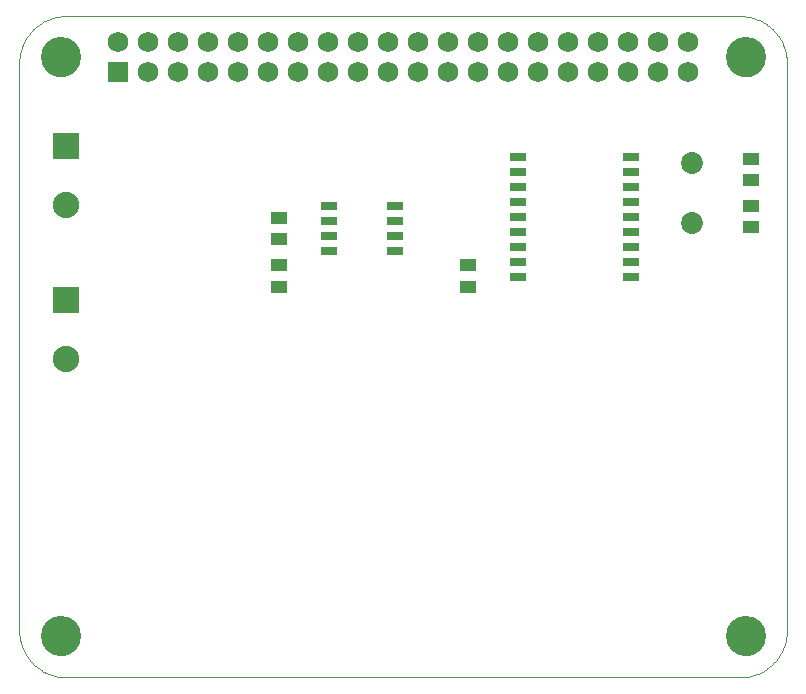
<source format=gts>
G75*
%MOIN*%
%OFA0B0*%
%FSLAX25Y25*%
%IPPOS*%
%LPD*%
%AMOC8*
5,1,8,0,0,1.08239X$1,22.5*
%
%ADD10C,0.00000*%
%ADD11R,0.05524X0.03950*%
%ADD12R,0.08800X0.08800*%
%ADD13C,0.08800*%
%ADD14R,0.06800X0.06800*%
%ADD15C,0.06800*%
%ADD16C,0.13398*%
%ADD17R,0.05524X0.03162*%
%ADD18C,0.07300*%
D10*
X0020748Y0005000D02*
X0245157Y0005000D01*
X0240827Y0018780D02*
X0240829Y0018938D01*
X0240835Y0019096D01*
X0240845Y0019254D01*
X0240859Y0019412D01*
X0240877Y0019569D01*
X0240898Y0019726D01*
X0240924Y0019882D01*
X0240954Y0020038D01*
X0240987Y0020193D01*
X0241025Y0020346D01*
X0241066Y0020499D01*
X0241111Y0020651D01*
X0241160Y0020802D01*
X0241213Y0020951D01*
X0241269Y0021099D01*
X0241329Y0021245D01*
X0241393Y0021390D01*
X0241461Y0021533D01*
X0241532Y0021675D01*
X0241606Y0021815D01*
X0241684Y0021952D01*
X0241766Y0022088D01*
X0241850Y0022222D01*
X0241939Y0022353D01*
X0242030Y0022482D01*
X0242125Y0022609D01*
X0242222Y0022734D01*
X0242323Y0022856D01*
X0242427Y0022975D01*
X0242534Y0023092D01*
X0242644Y0023206D01*
X0242757Y0023317D01*
X0242872Y0023426D01*
X0242990Y0023531D01*
X0243111Y0023633D01*
X0243234Y0023733D01*
X0243360Y0023829D01*
X0243488Y0023922D01*
X0243618Y0024012D01*
X0243751Y0024098D01*
X0243886Y0024182D01*
X0244022Y0024261D01*
X0244161Y0024338D01*
X0244302Y0024410D01*
X0244444Y0024480D01*
X0244588Y0024545D01*
X0244734Y0024607D01*
X0244881Y0024665D01*
X0245030Y0024720D01*
X0245180Y0024771D01*
X0245331Y0024818D01*
X0245483Y0024861D01*
X0245636Y0024900D01*
X0245791Y0024936D01*
X0245946Y0024967D01*
X0246102Y0024995D01*
X0246258Y0025019D01*
X0246415Y0025039D01*
X0246573Y0025055D01*
X0246730Y0025067D01*
X0246889Y0025075D01*
X0247047Y0025079D01*
X0247205Y0025079D01*
X0247363Y0025075D01*
X0247522Y0025067D01*
X0247679Y0025055D01*
X0247837Y0025039D01*
X0247994Y0025019D01*
X0248150Y0024995D01*
X0248306Y0024967D01*
X0248461Y0024936D01*
X0248616Y0024900D01*
X0248769Y0024861D01*
X0248921Y0024818D01*
X0249072Y0024771D01*
X0249222Y0024720D01*
X0249371Y0024665D01*
X0249518Y0024607D01*
X0249664Y0024545D01*
X0249808Y0024480D01*
X0249950Y0024410D01*
X0250091Y0024338D01*
X0250230Y0024261D01*
X0250366Y0024182D01*
X0250501Y0024098D01*
X0250634Y0024012D01*
X0250764Y0023922D01*
X0250892Y0023829D01*
X0251018Y0023733D01*
X0251141Y0023633D01*
X0251262Y0023531D01*
X0251380Y0023426D01*
X0251495Y0023317D01*
X0251608Y0023206D01*
X0251718Y0023092D01*
X0251825Y0022975D01*
X0251929Y0022856D01*
X0252030Y0022734D01*
X0252127Y0022609D01*
X0252222Y0022482D01*
X0252313Y0022353D01*
X0252402Y0022222D01*
X0252486Y0022088D01*
X0252568Y0021952D01*
X0252646Y0021815D01*
X0252720Y0021675D01*
X0252791Y0021533D01*
X0252859Y0021390D01*
X0252923Y0021245D01*
X0252983Y0021099D01*
X0253039Y0020951D01*
X0253092Y0020802D01*
X0253141Y0020651D01*
X0253186Y0020499D01*
X0253227Y0020346D01*
X0253265Y0020193D01*
X0253298Y0020038D01*
X0253328Y0019882D01*
X0253354Y0019726D01*
X0253375Y0019569D01*
X0253393Y0019412D01*
X0253407Y0019254D01*
X0253417Y0019096D01*
X0253423Y0018938D01*
X0253425Y0018780D01*
X0253423Y0018622D01*
X0253417Y0018464D01*
X0253407Y0018306D01*
X0253393Y0018148D01*
X0253375Y0017991D01*
X0253354Y0017834D01*
X0253328Y0017678D01*
X0253298Y0017522D01*
X0253265Y0017367D01*
X0253227Y0017214D01*
X0253186Y0017061D01*
X0253141Y0016909D01*
X0253092Y0016758D01*
X0253039Y0016609D01*
X0252983Y0016461D01*
X0252923Y0016315D01*
X0252859Y0016170D01*
X0252791Y0016027D01*
X0252720Y0015885D01*
X0252646Y0015745D01*
X0252568Y0015608D01*
X0252486Y0015472D01*
X0252402Y0015338D01*
X0252313Y0015207D01*
X0252222Y0015078D01*
X0252127Y0014951D01*
X0252030Y0014826D01*
X0251929Y0014704D01*
X0251825Y0014585D01*
X0251718Y0014468D01*
X0251608Y0014354D01*
X0251495Y0014243D01*
X0251380Y0014134D01*
X0251262Y0014029D01*
X0251141Y0013927D01*
X0251018Y0013827D01*
X0250892Y0013731D01*
X0250764Y0013638D01*
X0250634Y0013548D01*
X0250501Y0013462D01*
X0250366Y0013378D01*
X0250230Y0013299D01*
X0250091Y0013222D01*
X0249950Y0013150D01*
X0249808Y0013080D01*
X0249664Y0013015D01*
X0249518Y0012953D01*
X0249371Y0012895D01*
X0249222Y0012840D01*
X0249072Y0012789D01*
X0248921Y0012742D01*
X0248769Y0012699D01*
X0248616Y0012660D01*
X0248461Y0012624D01*
X0248306Y0012593D01*
X0248150Y0012565D01*
X0247994Y0012541D01*
X0247837Y0012521D01*
X0247679Y0012505D01*
X0247522Y0012493D01*
X0247363Y0012485D01*
X0247205Y0012481D01*
X0247047Y0012481D01*
X0246889Y0012485D01*
X0246730Y0012493D01*
X0246573Y0012505D01*
X0246415Y0012521D01*
X0246258Y0012541D01*
X0246102Y0012565D01*
X0245946Y0012593D01*
X0245791Y0012624D01*
X0245636Y0012660D01*
X0245483Y0012699D01*
X0245331Y0012742D01*
X0245180Y0012789D01*
X0245030Y0012840D01*
X0244881Y0012895D01*
X0244734Y0012953D01*
X0244588Y0013015D01*
X0244444Y0013080D01*
X0244302Y0013150D01*
X0244161Y0013222D01*
X0244022Y0013299D01*
X0243886Y0013378D01*
X0243751Y0013462D01*
X0243618Y0013548D01*
X0243488Y0013638D01*
X0243360Y0013731D01*
X0243234Y0013827D01*
X0243111Y0013927D01*
X0242990Y0014029D01*
X0242872Y0014134D01*
X0242757Y0014243D01*
X0242644Y0014354D01*
X0242534Y0014468D01*
X0242427Y0014585D01*
X0242323Y0014704D01*
X0242222Y0014826D01*
X0242125Y0014951D01*
X0242030Y0015078D01*
X0241939Y0015207D01*
X0241850Y0015338D01*
X0241766Y0015472D01*
X0241684Y0015608D01*
X0241606Y0015745D01*
X0241532Y0015885D01*
X0241461Y0016027D01*
X0241393Y0016170D01*
X0241329Y0016315D01*
X0241269Y0016461D01*
X0241213Y0016609D01*
X0241160Y0016758D01*
X0241111Y0016909D01*
X0241066Y0017061D01*
X0241025Y0017214D01*
X0240987Y0017367D01*
X0240954Y0017522D01*
X0240924Y0017678D01*
X0240898Y0017834D01*
X0240877Y0017991D01*
X0240859Y0018148D01*
X0240845Y0018306D01*
X0240835Y0018464D01*
X0240829Y0018622D01*
X0240827Y0018780D01*
X0245157Y0005000D02*
X0245538Y0005005D01*
X0245918Y0005018D01*
X0246298Y0005041D01*
X0246677Y0005074D01*
X0247055Y0005115D01*
X0247432Y0005165D01*
X0247808Y0005225D01*
X0248183Y0005293D01*
X0248555Y0005371D01*
X0248926Y0005458D01*
X0249294Y0005553D01*
X0249660Y0005658D01*
X0250023Y0005771D01*
X0250384Y0005893D01*
X0250741Y0006023D01*
X0251095Y0006163D01*
X0251446Y0006310D01*
X0251793Y0006467D01*
X0252136Y0006631D01*
X0252475Y0006804D01*
X0252810Y0006985D01*
X0253141Y0007174D01*
X0253466Y0007371D01*
X0253787Y0007575D01*
X0254103Y0007788D01*
X0254413Y0008008D01*
X0254719Y0008235D01*
X0255018Y0008470D01*
X0255312Y0008712D01*
X0255600Y0008960D01*
X0255882Y0009216D01*
X0256157Y0009479D01*
X0256426Y0009748D01*
X0256689Y0010023D01*
X0256945Y0010305D01*
X0257193Y0010593D01*
X0257435Y0010887D01*
X0257670Y0011186D01*
X0257897Y0011492D01*
X0258117Y0011802D01*
X0258330Y0012118D01*
X0258534Y0012439D01*
X0258731Y0012764D01*
X0258920Y0013095D01*
X0259101Y0013430D01*
X0259274Y0013769D01*
X0259438Y0014112D01*
X0259595Y0014459D01*
X0259742Y0014810D01*
X0259882Y0015164D01*
X0260012Y0015521D01*
X0260134Y0015882D01*
X0260247Y0016245D01*
X0260352Y0016611D01*
X0260447Y0016979D01*
X0260534Y0017350D01*
X0260612Y0017722D01*
X0260680Y0018097D01*
X0260740Y0018473D01*
X0260790Y0018850D01*
X0260831Y0019228D01*
X0260864Y0019607D01*
X0260887Y0019987D01*
X0260900Y0020367D01*
X0260905Y0020748D01*
X0260906Y0020748D02*
X0260906Y0209724D01*
X0240827Y0211693D02*
X0240829Y0211851D01*
X0240835Y0212009D01*
X0240845Y0212167D01*
X0240859Y0212325D01*
X0240877Y0212482D01*
X0240898Y0212639D01*
X0240924Y0212795D01*
X0240954Y0212951D01*
X0240987Y0213106D01*
X0241025Y0213259D01*
X0241066Y0213412D01*
X0241111Y0213564D01*
X0241160Y0213715D01*
X0241213Y0213864D01*
X0241269Y0214012D01*
X0241329Y0214158D01*
X0241393Y0214303D01*
X0241461Y0214446D01*
X0241532Y0214588D01*
X0241606Y0214728D01*
X0241684Y0214865D01*
X0241766Y0215001D01*
X0241850Y0215135D01*
X0241939Y0215266D01*
X0242030Y0215395D01*
X0242125Y0215522D01*
X0242222Y0215647D01*
X0242323Y0215769D01*
X0242427Y0215888D01*
X0242534Y0216005D01*
X0242644Y0216119D01*
X0242757Y0216230D01*
X0242872Y0216339D01*
X0242990Y0216444D01*
X0243111Y0216546D01*
X0243234Y0216646D01*
X0243360Y0216742D01*
X0243488Y0216835D01*
X0243618Y0216925D01*
X0243751Y0217011D01*
X0243886Y0217095D01*
X0244022Y0217174D01*
X0244161Y0217251D01*
X0244302Y0217323D01*
X0244444Y0217393D01*
X0244588Y0217458D01*
X0244734Y0217520D01*
X0244881Y0217578D01*
X0245030Y0217633D01*
X0245180Y0217684D01*
X0245331Y0217731D01*
X0245483Y0217774D01*
X0245636Y0217813D01*
X0245791Y0217849D01*
X0245946Y0217880D01*
X0246102Y0217908D01*
X0246258Y0217932D01*
X0246415Y0217952D01*
X0246573Y0217968D01*
X0246730Y0217980D01*
X0246889Y0217988D01*
X0247047Y0217992D01*
X0247205Y0217992D01*
X0247363Y0217988D01*
X0247522Y0217980D01*
X0247679Y0217968D01*
X0247837Y0217952D01*
X0247994Y0217932D01*
X0248150Y0217908D01*
X0248306Y0217880D01*
X0248461Y0217849D01*
X0248616Y0217813D01*
X0248769Y0217774D01*
X0248921Y0217731D01*
X0249072Y0217684D01*
X0249222Y0217633D01*
X0249371Y0217578D01*
X0249518Y0217520D01*
X0249664Y0217458D01*
X0249808Y0217393D01*
X0249950Y0217323D01*
X0250091Y0217251D01*
X0250230Y0217174D01*
X0250366Y0217095D01*
X0250501Y0217011D01*
X0250634Y0216925D01*
X0250764Y0216835D01*
X0250892Y0216742D01*
X0251018Y0216646D01*
X0251141Y0216546D01*
X0251262Y0216444D01*
X0251380Y0216339D01*
X0251495Y0216230D01*
X0251608Y0216119D01*
X0251718Y0216005D01*
X0251825Y0215888D01*
X0251929Y0215769D01*
X0252030Y0215647D01*
X0252127Y0215522D01*
X0252222Y0215395D01*
X0252313Y0215266D01*
X0252402Y0215135D01*
X0252486Y0215001D01*
X0252568Y0214865D01*
X0252646Y0214728D01*
X0252720Y0214588D01*
X0252791Y0214446D01*
X0252859Y0214303D01*
X0252923Y0214158D01*
X0252983Y0214012D01*
X0253039Y0213864D01*
X0253092Y0213715D01*
X0253141Y0213564D01*
X0253186Y0213412D01*
X0253227Y0213259D01*
X0253265Y0213106D01*
X0253298Y0212951D01*
X0253328Y0212795D01*
X0253354Y0212639D01*
X0253375Y0212482D01*
X0253393Y0212325D01*
X0253407Y0212167D01*
X0253417Y0212009D01*
X0253423Y0211851D01*
X0253425Y0211693D01*
X0253423Y0211535D01*
X0253417Y0211377D01*
X0253407Y0211219D01*
X0253393Y0211061D01*
X0253375Y0210904D01*
X0253354Y0210747D01*
X0253328Y0210591D01*
X0253298Y0210435D01*
X0253265Y0210280D01*
X0253227Y0210127D01*
X0253186Y0209974D01*
X0253141Y0209822D01*
X0253092Y0209671D01*
X0253039Y0209522D01*
X0252983Y0209374D01*
X0252923Y0209228D01*
X0252859Y0209083D01*
X0252791Y0208940D01*
X0252720Y0208798D01*
X0252646Y0208658D01*
X0252568Y0208521D01*
X0252486Y0208385D01*
X0252402Y0208251D01*
X0252313Y0208120D01*
X0252222Y0207991D01*
X0252127Y0207864D01*
X0252030Y0207739D01*
X0251929Y0207617D01*
X0251825Y0207498D01*
X0251718Y0207381D01*
X0251608Y0207267D01*
X0251495Y0207156D01*
X0251380Y0207047D01*
X0251262Y0206942D01*
X0251141Y0206840D01*
X0251018Y0206740D01*
X0250892Y0206644D01*
X0250764Y0206551D01*
X0250634Y0206461D01*
X0250501Y0206375D01*
X0250366Y0206291D01*
X0250230Y0206212D01*
X0250091Y0206135D01*
X0249950Y0206063D01*
X0249808Y0205993D01*
X0249664Y0205928D01*
X0249518Y0205866D01*
X0249371Y0205808D01*
X0249222Y0205753D01*
X0249072Y0205702D01*
X0248921Y0205655D01*
X0248769Y0205612D01*
X0248616Y0205573D01*
X0248461Y0205537D01*
X0248306Y0205506D01*
X0248150Y0205478D01*
X0247994Y0205454D01*
X0247837Y0205434D01*
X0247679Y0205418D01*
X0247522Y0205406D01*
X0247363Y0205398D01*
X0247205Y0205394D01*
X0247047Y0205394D01*
X0246889Y0205398D01*
X0246730Y0205406D01*
X0246573Y0205418D01*
X0246415Y0205434D01*
X0246258Y0205454D01*
X0246102Y0205478D01*
X0245946Y0205506D01*
X0245791Y0205537D01*
X0245636Y0205573D01*
X0245483Y0205612D01*
X0245331Y0205655D01*
X0245180Y0205702D01*
X0245030Y0205753D01*
X0244881Y0205808D01*
X0244734Y0205866D01*
X0244588Y0205928D01*
X0244444Y0205993D01*
X0244302Y0206063D01*
X0244161Y0206135D01*
X0244022Y0206212D01*
X0243886Y0206291D01*
X0243751Y0206375D01*
X0243618Y0206461D01*
X0243488Y0206551D01*
X0243360Y0206644D01*
X0243234Y0206740D01*
X0243111Y0206840D01*
X0242990Y0206942D01*
X0242872Y0207047D01*
X0242757Y0207156D01*
X0242644Y0207267D01*
X0242534Y0207381D01*
X0242427Y0207498D01*
X0242323Y0207617D01*
X0242222Y0207739D01*
X0242125Y0207864D01*
X0242030Y0207991D01*
X0241939Y0208120D01*
X0241850Y0208251D01*
X0241766Y0208385D01*
X0241684Y0208521D01*
X0241606Y0208658D01*
X0241532Y0208798D01*
X0241461Y0208940D01*
X0241393Y0209083D01*
X0241329Y0209228D01*
X0241269Y0209374D01*
X0241213Y0209522D01*
X0241160Y0209671D01*
X0241111Y0209822D01*
X0241066Y0209974D01*
X0241025Y0210127D01*
X0240987Y0210280D01*
X0240954Y0210435D01*
X0240924Y0210591D01*
X0240898Y0210747D01*
X0240877Y0210904D01*
X0240859Y0211061D01*
X0240845Y0211219D01*
X0240835Y0211377D01*
X0240829Y0211535D01*
X0240827Y0211693D01*
X0245157Y0225472D02*
X0245538Y0225467D01*
X0245918Y0225454D01*
X0246298Y0225431D01*
X0246677Y0225398D01*
X0247055Y0225357D01*
X0247432Y0225307D01*
X0247808Y0225247D01*
X0248183Y0225179D01*
X0248555Y0225101D01*
X0248926Y0225014D01*
X0249294Y0224919D01*
X0249660Y0224814D01*
X0250023Y0224701D01*
X0250384Y0224579D01*
X0250741Y0224449D01*
X0251095Y0224309D01*
X0251446Y0224162D01*
X0251793Y0224005D01*
X0252136Y0223841D01*
X0252475Y0223668D01*
X0252810Y0223487D01*
X0253141Y0223298D01*
X0253466Y0223101D01*
X0253787Y0222897D01*
X0254103Y0222684D01*
X0254413Y0222464D01*
X0254719Y0222237D01*
X0255018Y0222002D01*
X0255312Y0221760D01*
X0255600Y0221512D01*
X0255882Y0221256D01*
X0256157Y0220993D01*
X0256426Y0220724D01*
X0256689Y0220449D01*
X0256945Y0220167D01*
X0257193Y0219879D01*
X0257435Y0219585D01*
X0257670Y0219286D01*
X0257897Y0218980D01*
X0258117Y0218670D01*
X0258330Y0218354D01*
X0258534Y0218033D01*
X0258731Y0217708D01*
X0258920Y0217377D01*
X0259101Y0217042D01*
X0259274Y0216703D01*
X0259438Y0216360D01*
X0259595Y0216013D01*
X0259742Y0215662D01*
X0259882Y0215308D01*
X0260012Y0214951D01*
X0260134Y0214590D01*
X0260247Y0214227D01*
X0260352Y0213861D01*
X0260447Y0213493D01*
X0260534Y0213122D01*
X0260612Y0212750D01*
X0260680Y0212375D01*
X0260740Y0211999D01*
X0260790Y0211622D01*
X0260831Y0211244D01*
X0260864Y0210865D01*
X0260887Y0210485D01*
X0260900Y0210105D01*
X0260905Y0209724D01*
X0245157Y0225472D02*
X0020748Y0225472D01*
X0012481Y0211693D02*
X0012483Y0211851D01*
X0012489Y0212009D01*
X0012499Y0212167D01*
X0012513Y0212325D01*
X0012531Y0212482D01*
X0012552Y0212639D01*
X0012578Y0212795D01*
X0012608Y0212951D01*
X0012641Y0213106D01*
X0012679Y0213259D01*
X0012720Y0213412D01*
X0012765Y0213564D01*
X0012814Y0213715D01*
X0012867Y0213864D01*
X0012923Y0214012D01*
X0012983Y0214158D01*
X0013047Y0214303D01*
X0013115Y0214446D01*
X0013186Y0214588D01*
X0013260Y0214728D01*
X0013338Y0214865D01*
X0013420Y0215001D01*
X0013504Y0215135D01*
X0013593Y0215266D01*
X0013684Y0215395D01*
X0013779Y0215522D01*
X0013876Y0215647D01*
X0013977Y0215769D01*
X0014081Y0215888D01*
X0014188Y0216005D01*
X0014298Y0216119D01*
X0014411Y0216230D01*
X0014526Y0216339D01*
X0014644Y0216444D01*
X0014765Y0216546D01*
X0014888Y0216646D01*
X0015014Y0216742D01*
X0015142Y0216835D01*
X0015272Y0216925D01*
X0015405Y0217011D01*
X0015540Y0217095D01*
X0015676Y0217174D01*
X0015815Y0217251D01*
X0015956Y0217323D01*
X0016098Y0217393D01*
X0016242Y0217458D01*
X0016388Y0217520D01*
X0016535Y0217578D01*
X0016684Y0217633D01*
X0016834Y0217684D01*
X0016985Y0217731D01*
X0017137Y0217774D01*
X0017290Y0217813D01*
X0017445Y0217849D01*
X0017600Y0217880D01*
X0017756Y0217908D01*
X0017912Y0217932D01*
X0018069Y0217952D01*
X0018227Y0217968D01*
X0018384Y0217980D01*
X0018543Y0217988D01*
X0018701Y0217992D01*
X0018859Y0217992D01*
X0019017Y0217988D01*
X0019176Y0217980D01*
X0019333Y0217968D01*
X0019491Y0217952D01*
X0019648Y0217932D01*
X0019804Y0217908D01*
X0019960Y0217880D01*
X0020115Y0217849D01*
X0020270Y0217813D01*
X0020423Y0217774D01*
X0020575Y0217731D01*
X0020726Y0217684D01*
X0020876Y0217633D01*
X0021025Y0217578D01*
X0021172Y0217520D01*
X0021318Y0217458D01*
X0021462Y0217393D01*
X0021604Y0217323D01*
X0021745Y0217251D01*
X0021884Y0217174D01*
X0022020Y0217095D01*
X0022155Y0217011D01*
X0022288Y0216925D01*
X0022418Y0216835D01*
X0022546Y0216742D01*
X0022672Y0216646D01*
X0022795Y0216546D01*
X0022916Y0216444D01*
X0023034Y0216339D01*
X0023149Y0216230D01*
X0023262Y0216119D01*
X0023372Y0216005D01*
X0023479Y0215888D01*
X0023583Y0215769D01*
X0023684Y0215647D01*
X0023781Y0215522D01*
X0023876Y0215395D01*
X0023967Y0215266D01*
X0024056Y0215135D01*
X0024140Y0215001D01*
X0024222Y0214865D01*
X0024300Y0214728D01*
X0024374Y0214588D01*
X0024445Y0214446D01*
X0024513Y0214303D01*
X0024577Y0214158D01*
X0024637Y0214012D01*
X0024693Y0213864D01*
X0024746Y0213715D01*
X0024795Y0213564D01*
X0024840Y0213412D01*
X0024881Y0213259D01*
X0024919Y0213106D01*
X0024952Y0212951D01*
X0024982Y0212795D01*
X0025008Y0212639D01*
X0025029Y0212482D01*
X0025047Y0212325D01*
X0025061Y0212167D01*
X0025071Y0212009D01*
X0025077Y0211851D01*
X0025079Y0211693D01*
X0025077Y0211535D01*
X0025071Y0211377D01*
X0025061Y0211219D01*
X0025047Y0211061D01*
X0025029Y0210904D01*
X0025008Y0210747D01*
X0024982Y0210591D01*
X0024952Y0210435D01*
X0024919Y0210280D01*
X0024881Y0210127D01*
X0024840Y0209974D01*
X0024795Y0209822D01*
X0024746Y0209671D01*
X0024693Y0209522D01*
X0024637Y0209374D01*
X0024577Y0209228D01*
X0024513Y0209083D01*
X0024445Y0208940D01*
X0024374Y0208798D01*
X0024300Y0208658D01*
X0024222Y0208521D01*
X0024140Y0208385D01*
X0024056Y0208251D01*
X0023967Y0208120D01*
X0023876Y0207991D01*
X0023781Y0207864D01*
X0023684Y0207739D01*
X0023583Y0207617D01*
X0023479Y0207498D01*
X0023372Y0207381D01*
X0023262Y0207267D01*
X0023149Y0207156D01*
X0023034Y0207047D01*
X0022916Y0206942D01*
X0022795Y0206840D01*
X0022672Y0206740D01*
X0022546Y0206644D01*
X0022418Y0206551D01*
X0022288Y0206461D01*
X0022155Y0206375D01*
X0022020Y0206291D01*
X0021884Y0206212D01*
X0021745Y0206135D01*
X0021604Y0206063D01*
X0021462Y0205993D01*
X0021318Y0205928D01*
X0021172Y0205866D01*
X0021025Y0205808D01*
X0020876Y0205753D01*
X0020726Y0205702D01*
X0020575Y0205655D01*
X0020423Y0205612D01*
X0020270Y0205573D01*
X0020115Y0205537D01*
X0019960Y0205506D01*
X0019804Y0205478D01*
X0019648Y0205454D01*
X0019491Y0205434D01*
X0019333Y0205418D01*
X0019176Y0205406D01*
X0019017Y0205398D01*
X0018859Y0205394D01*
X0018701Y0205394D01*
X0018543Y0205398D01*
X0018384Y0205406D01*
X0018227Y0205418D01*
X0018069Y0205434D01*
X0017912Y0205454D01*
X0017756Y0205478D01*
X0017600Y0205506D01*
X0017445Y0205537D01*
X0017290Y0205573D01*
X0017137Y0205612D01*
X0016985Y0205655D01*
X0016834Y0205702D01*
X0016684Y0205753D01*
X0016535Y0205808D01*
X0016388Y0205866D01*
X0016242Y0205928D01*
X0016098Y0205993D01*
X0015956Y0206063D01*
X0015815Y0206135D01*
X0015676Y0206212D01*
X0015540Y0206291D01*
X0015405Y0206375D01*
X0015272Y0206461D01*
X0015142Y0206551D01*
X0015014Y0206644D01*
X0014888Y0206740D01*
X0014765Y0206840D01*
X0014644Y0206942D01*
X0014526Y0207047D01*
X0014411Y0207156D01*
X0014298Y0207267D01*
X0014188Y0207381D01*
X0014081Y0207498D01*
X0013977Y0207617D01*
X0013876Y0207739D01*
X0013779Y0207864D01*
X0013684Y0207991D01*
X0013593Y0208120D01*
X0013504Y0208251D01*
X0013420Y0208385D01*
X0013338Y0208521D01*
X0013260Y0208658D01*
X0013186Y0208798D01*
X0013115Y0208940D01*
X0013047Y0209083D01*
X0012983Y0209228D01*
X0012923Y0209374D01*
X0012867Y0209522D01*
X0012814Y0209671D01*
X0012765Y0209822D01*
X0012720Y0209974D01*
X0012679Y0210127D01*
X0012641Y0210280D01*
X0012608Y0210435D01*
X0012578Y0210591D01*
X0012552Y0210747D01*
X0012531Y0210904D01*
X0012513Y0211061D01*
X0012499Y0211219D01*
X0012489Y0211377D01*
X0012483Y0211535D01*
X0012481Y0211693D01*
X0005000Y0209724D02*
X0005000Y0020748D01*
X0012481Y0018780D02*
X0012483Y0018938D01*
X0012489Y0019096D01*
X0012499Y0019254D01*
X0012513Y0019412D01*
X0012531Y0019569D01*
X0012552Y0019726D01*
X0012578Y0019882D01*
X0012608Y0020038D01*
X0012641Y0020193D01*
X0012679Y0020346D01*
X0012720Y0020499D01*
X0012765Y0020651D01*
X0012814Y0020802D01*
X0012867Y0020951D01*
X0012923Y0021099D01*
X0012983Y0021245D01*
X0013047Y0021390D01*
X0013115Y0021533D01*
X0013186Y0021675D01*
X0013260Y0021815D01*
X0013338Y0021952D01*
X0013420Y0022088D01*
X0013504Y0022222D01*
X0013593Y0022353D01*
X0013684Y0022482D01*
X0013779Y0022609D01*
X0013876Y0022734D01*
X0013977Y0022856D01*
X0014081Y0022975D01*
X0014188Y0023092D01*
X0014298Y0023206D01*
X0014411Y0023317D01*
X0014526Y0023426D01*
X0014644Y0023531D01*
X0014765Y0023633D01*
X0014888Y0023733D01*
X0015014Y0023829D01*
X0015142Y0023922D01*
X0015272Y0024012D01*
X0015405Y0024098D01*
X0015540Y0024182D01*
X0015676Y0024261D01*
X0015815Y0024338D01*
X0015956Y0024410D01*
X0016098Y0024480D01*
X0016242Y0024545D01*
X0016388Y0024607D01*
X0016535Y0024665D01*
X0016684Y0024720D01*
X0016834Y0024771D01*
X0016985Y0024818D01*
X0017137Y0024861D01*
X0017290Y0024900D01*
X0017445Y0024936D01*
X0017600Y0024967D01*
X0017756Y0024995D01*
X0017912Y0025019D01*
X0018069Y0025039D01*
X0018227Y0025055D01*
X0018384Y0025067D01*
X0018543Y0025075D01*
X0018701Y0025079D01*
X0018859Y0025079D01*
X0019017Y0025075D01*
X0019176Y0025067D01*
X0019333Y0025055D01*
X0019491Y0025039D01*
X0019648Y0025019D01*
X0019804Y0024995D01*
X0019960Y0024967D01*
X0020115Y0024936D01*
X0020270Y0024900D01*
X0020423Y0024861D01*
X0020575Y0024818D01*
X0020726Y0024771D01*
X0020876Y0024720D01*
X0021025Y0024665D01*
X0021172Y0024607D01*
X0021318Y0024545D01*
X0021462Y0024480D01*
X0021604Y0024410D01*
X0021745Y0024338D01*
X0021884Y0024261D01*
X0022020Y0024182D01*
X0022155Y0024098D01*
X0022288Y0024012D01*
X0022418Y0023922D01*
X0022546Y0023829D01*
X0022672Y0023733D01*
X0022795Y0023633D01*
X0022916Y0023531D01*
X0023034Y0023426D01*
X0023149Y0023317D01*
X0023262Y0023206D01*
X0023372Y0023092D01*
X0023479Y0022975D01*
X0023583Y0022856D01*
X0023684Y0022734D01*
X0023781Y0022609D01*
X0023876Y0022482D01*
X0023967Y0022353D01*
X0024056Y0022222D01*
X0024140Y0022088D01*
X0024222Y0021952D01*
X0024300Y0021815D01*
X0024374Y0021675D01*
X0024445Y0021533D01*
X0024513Y0021390D01*
X0024577Y0021245D01*
X0024637Y0021099D01*
X0024693Y0020951D01*
X0024746Y0020802D01*
X0024795Y0020651D01*
X0024840Y0020499D01*
X0024881Y0020346D01*
X0024919Y0020193D01*
X0024952Y0020038D01*
X0024982Y0019882D01*
X0025008Y0019726D01*
X0025029Y0019569D01*
X0025047Y0019412D01*
X0025061Y0019254D01*
X0025071Y0019096D01*
X0025077Y0018938D01*
X0025079Y0018780D01*
X0025077Y0018622D01*
X0025071Y0018464D01*
X0025061Y0018306D01*
X0025047Y0018148D01*
X0025029Y0017991D01*
X0025008Y0017834D01*
X0024982Y0017678D01*
X0024952Y0017522D01*
X0024919Y0017367D01*
X0024881Y0017214D01*
X0024840Y0017061D01*
X0024795Y0016909D01*
X0024746Y0016758D01*
X0024693Y0016609D01*
X0024637Y0016461D01*
X0024577Y0016315D01*
X0024513Y0016170D01*
X0024445Y0016027D01*
X0024374Y0015885D01*
X0024300Y0015745D01*
X0024222Y0015608D01*
X0024140Y0015472D01*
X0024056Y0015338D01*
X0023967Y0015207D01*
X0023876Y0015078D01*
X0023781Y0014951D01*
X0023684Y0014826D01*
X0023583Y0014704D01*
X0023479Y0014585D01*
X0023372Y0014468D01*
X0023262Y0014354D01*
X0023149Y0014243D01*
X0023034Y0014134D01*
X0022916Y0014029D01*
X0022795Y0013927D01*
X0022672Y0013827D01*
X0022546Y0013731D01*
X0022418Y0013638D01*
X0022288Y0013548D01*
X0022155Y0013462D01*
X0022020Y0013378D01*
X0021884Y0013299D01*
X0021745Y0013222D01*
X0021604Y0013150D01*
X0021462Y0013080D01*
X0021318Y0013015D01*
X0021172Y0012953D01*
X0021025Y0012895D01*
X0020876Y0012840D01*
X0020726Y0012789D01*
X0020575Y0012742D01*
X0020423Y0012699D01*
X0020270Y0012660D01*
X0020115Y0012624D01*
X0019960Y0012593D01*
X0019804Y0012565D01*
X0019648Y0012541D01*
X0019491Y0012521D01*
X0019333Y0012505D01*
X0019176Y0012493D01*
X0019017Y0012485D01*
X0018859Y0012481D01*
X0018701Y0012481D01*
X0018543Y0012485D01*
X0018384Y0012493D01*
X0018227Y0012505D01*
X0018069Y0012521D01*
X0017912Y0012541D01*
X0017756Y0012565D01*
X0017600Y0012593D01*
X0017445Y0012624D01*
X0017290Y0012660D01*
X0017137Y0012699D01*
X0016985Y0012742D01*
X0016834Y0012789D01*
X0016684Y0012840D01*
X0016535Y0012895D01*
X0016388Y0012953D01*
X0016242Y0013015D01*
X0016098Y0013080D01*
X0015956Y0013150D01*
X0015815Y0013222D01*
X0015676Y0013299D01*
X0015540Y0013378D01*
X0015405Y0013462D01*
X0015272Y0013548D01*
X0015142Y0013638D01*
X0015014Y0013731D01*
X0014888Y0013827D01*
X0014765Y0013927D01*
X0014644Y0014029D01*
X0014526Y0014134D01*
X0014411Y0014243D01*
X0014298Y0014354D01*
X0014188Y0014468D01*
X0014081Y0014585D01*
X0013977Y0014704D01*
X0013876Y0014826D01*
X0013779Y0014951D01*
X0013684Y0015078D01*
X0013593Y0015207D01*
X0013504Y0015338D01*
X0013420Y0015472D01*
X0013338Y0015608D01*
X0013260Y0015745D01*
X0013186Y0015885D01*
X0013115Y0016027D01*
X0013047Y0016170D01*
X0012983Y0016315D01*
X0012923Y0016461D01*
X0012867Y0016609D01*
X0012814Y0016758D01*
X0012765Y0016909D01*
X0012720Y0017061D01*
X0012679Y0017214D01*
X0012641Y0017367D01*
X0012608Y0017522D01*
X0012578Y0017678D01*
X0012552Y0017834D01*
X0012531Y0017991D01*
X0012513Y0018148D01*
X0012499Y0018306D01*
X0012489Y0018464D01*
X0012483Y0018622D01*
X0012481Y0018780D01*
X0005000Y0020748D02*
X0005005Y0020367D01*
X0005018Y0019987D01*
X0005041Y0019607D01*
X0005074Y0019228D01*
X0005115Y0018850D01*
X0005165Y0018473D01*
X0005225Y0018097D01*
X0005293Y0017722D01*
X0005371Y0017350D01*
X0005458Y0016979D01*
X0005553Y0016611D01*
X0005658Y0016245D01*
X0005771Y0015882D01*
X0005893Y0015521D01*
X0006023Y0015164D01*
X0006163Y0014810D01*
X0006310Y0014459D01*
X0006467Y0014112D01*
X0006631Y0013769D01*
X0006804Y0013430D01*
X0006985Y0013095D01*
X0007174Y0012764D01*
X0007371Y0012439D01*
X0007575Y0012118D01*
X0007788Y0011802D01*
X0008008Y0011492D01*
X0008235Y0011186D01*
X0008470Y0010887D01*
X0008712Y0010593D01*
X0008960Y0010305D01*
X0009216Y0010023D01*
X0009479Y0009748D01*
X0009748Y0009479D01*
X0010023Y0009216D01*
X0010305Y0008960D01*
X0010593Y0008712D01*
X0010887Y0008470D01*
X0011186Y0008235D01*
X0011492Y0008008D01*
X0011802Y0007788D01*
X0012118Y0007575D01*
X0012439Y0007371D01*
X0012764Y0007174D01*
X0013095Y0006985D01*
X0013430Y0006804D01*
X0013769Y0006631D01*
X0014112Y0006467D01*
X0014459Y0006310D01*
X0014810Y0006163D01*
X0015164Y0006023D01*
X0015521Y0005893D01*
X0015882Y0005771D01*
X0016245Y0005658D01*
X0016611Y0005553D01*
X0016979Y0005458D01*
X0017350Y0005371D01*
X0017722Y0005293D01*
X0018097Y0005225D01*
X0018473Y0005165D01*
X0018850Y0005115D01*
X0019228Y0005074D01*
X0019607Y0005041D01*
X0019987Y0005018D01*
X0020367Y0005005D01*
X0020748Y0005000D01*
X0005000Y0209724D02*
X0005005Y0210105D01*
X0005018Y0210485D01*
X0005041Y0210865D01*
X0005074Y0211244D01*
X0005115Y0211622D01*
X0005165Y0211999D01*
X0005225Y0212375D01*
X0005293Y0212750D01*
X0005371Y0213122D01*
X0005458Y0213493D01*
X0005553Y0213861D01*
X0005658Y0214227D01*
X0005771Y0214590D01*
X0005893Y0214951D01*
X0006023Y0215308D01*
X0006163Y0215662D01*
X0006310Y0216013D01*
X0006467Y0216360D01*
X0006631Y0216703D01*
X0006804Y0217042D01*
X0006985Y0217377D01*
X0007174Y0217708D01*
X0007371Y0218033D01*
X0007575Y0218354D01*
X0007788Y0218670D01*
X0008008Y0218980D01*
X0008235Y0219286D01*
X0008470Y0219585D01*
X0008712Y0219879D01*
X0008960Y0220167D01*
X0009216Y0220449D01*
X0009479Y0220724D01*
X0009748Y0220993D01*
X0010023Y0221256D01*
X0010305Y0221512D01*
X0010593Y0221760D01*
X0010887Y0222002D01*
X0011186Y0222237D01*
X0011492Y0222464D01*
X0011802Y0222684D01*
X0012118Y0222897D01*
X0012439Y0223101D01*
X0012764Y0223298D01*
X0013095Y0223487D01*
X0013430Y0223668D01*
X0013769Y0223841D01*
X0014112Y0224005D01*
X0014459Y0224162D01*
X0014810Y0224309D01*
X0015164Y0224449D01*
X0015521Y0224579D01*
X0015882Y0224701D01*
X0016245Y0224814D01*
X0016611Y0224919D01*
X0016979Y0225014D01*
X0017350Y0225101D01*
X0017722Y0225179D01*
X0018097Y0225247D01*
X0018473Y0225307D01*
X0018850Y0225357D01*
X0019228Y0225398D01*
X0019607Y0225431D01*
X0019987Y0225454D01*
X0020367Y0225467D01*
X0020748Y0225472D01*
D11*
X0091614Y0158150D03*
X0091614Y0151063D03*
X0091614Y0142402D03*
X0091614Y0135315D03*
X0154606Y0135315D03*
X0154606Y0142402D03*
X0249094Y0155000D03*
X0249094Y0162087D03*
X0249094Y0170748D03*
X0249094Y0177835D03*
D12*
X0020748Y0182165D03*
X0020748Y0130984D03*
D13*
X0020748Y0111299D03*
X0020748Y0162480D03*
D14*
X0037953Y0206693D03*
D15*
X0047900Y0206700D03*
X0057900Y0206700D03*
X0067900Y0206700D03*
X0077900Y0206700D03*
X0087900Y0206700D03*
X0097900Y0206700D03*
X0107900Y0206700D03*
X0117900Y0206700D03*
X0127900Y0206700D03*
X0137900Y0206700D03*
X0147900Y0206700D03*
X0157900Y0206700D03*
X0167900Y0206700D03*
X0177900Y0206700D03*
X0187900Y0206700D03*
X0197900Y0206700D03*
X0207900Y0206700D03*
X0217900Y0206700D03*
X0227900Y0206700D03*
X0227900Y0216700D03*
X0217900Y0216700D03*
X0207900Y0216700D03*
X0197900Y0216700D03*
X0187900Y0216700D03*
X0177900Y0216700D03*
X0167900Y0216700D03*
X0157900Y0216700D03*
X0147900Y0216700D03*
X0137900Y0216700D03*
X0127900Y0216700D03*
X0117900Y0216700D03*
X0107900Y0216700D03*
X0097900Y0216700D03*
X0087900Y0216700D03*
X0077900Y0216700D03*
X0067900Y0216700D03*
X0057900Y0216700D03*
X0047900Y0216700D03*
X0037900Y0216700D03*
D16*
X0018780Y0211693D03*
X0018780Y0018780D03*
X0247126Y0018780D03*
X0247126Y0211693D03*
D17*
X0208889Y0178543D03*
X0208889Y0173543D03*
X0208889Y0168543D03*
X0208889Y0163543D03*
X0208889Y0158543D03*
X0208889Y0153543D03*
X0208889Y0148543D03*
X0208889Y0143543D03*
X0208889Y0138543D03*
X0171189Y0138543D03*
X0171189Y0143543D03*
X0171189Y0148543D03*
X0171189Y0153543D03*
X0171189Y0158543D03*
X0171189Y0163543D03*
X0171189Y0168543D03*
X0171189Y0173543D03*
X0171189Y0178543D03*
X0130197Y0162106D03*
X0130197Y0157106D03*
X0130197Y0152106D03*
X0130197Y0147106D03*
X0108150Y0147106D03*
X0108150Y0152106D03*
X0108150Y0157106D03*
X0108150Y0162106D03*
D18*
X0229409Y0156417D03*
X0229409Y0176417D03*
M02*

</source>
